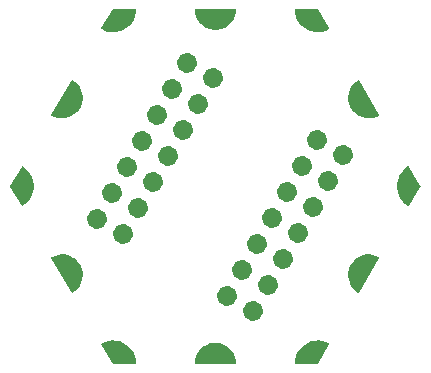
<source format=gbr>
G04 EAGLE Gerber RS-274X export*
G75*
%MOMM*%
%FSLAX34Y34*%
%LPD*%
%INSoldermask Top*%
%IPPOS*%
%AMOC8*
5,1,8,0,0,1.08239X$1,22.5*%
G01*
%ADD10C,1.101600*%
%ADD11P,1.759533X8X82.500000*%
%ADD12P,1.759533X8X262.500000*%

G36*
X17029Y319D02*
X17029Y319D01*
X17058Y317D01*
X17125Y339D01*
X17195Y353D01*
X17219Y369D01*
X17247Y378D01*
X17300Y425D01*
X17359Y465D01*
X17375Y490D01*
X17397Y509D01*
X17428Y573D01*
X17466Y633D01*
X17471Y662D01*
X17483Y688D01*
X17492Y787D01*
X17499Y829D01*
X17496Y840D01*
X17498Y854D01*
X17266Y3652D01*
X17256Y3685D01*
X17252Y3733D01*
X16563Y6455D01*
X16548Y6486D01*
X16536Y6533D01*
X15408Y9104D01*
X15388Y9132D01*
X15369Y9177D01*
X13833Y11527D01*
X13809Y11552D01*
X13783Y11592D01*
X11881Y13658D01*
X11853Y13678D01*
X11820Y13714D01*
X9605Y15438D01*
X9574Y15454D01*
X9536Y15483D01*
X7066Y16820D01*
X7033Y16830D01*
X6991Y16853D01*
X5805Y17260D01*
X4351Y17759D01*
X4335Y17765D01*
X4301Y17769D01*
X4255Y17785D01*
X1486Y18247D01*
X1451Y18246D01*
X1404Y18254D01*
X-1404Y18254D01*
X-1438Y18247D01*
X-1486Y18247D01*
X-4255Y17785D01*
X-4288Y17772D01*
X-4335Y17765D01*
X-6991Y16853D01*
X-7021Y16835D01*
X-7066Y16820D01*
X-9536Y15483D01*
X-9562Y15461D01*
X-9605Y15438D01*
X-11820Y13714D01*
X-11843Y13687D01*
X-11881Y13658D01*
X-13783Y11592D01*
X-13801Y11563D01*
X-13833Y11527D01*
X-15369Y9177D01*
X-15382Y9144D01*
X-15408Y9104D01*
X-16536Y6533D01*
X-16543Y6499D01*
X-16546Y6493D01*
X-16552Y6484D01*
X-16553Y6478D01*
X-16563Y6455D01*
X-17252Y3733D01*
X-17254Y3698D01*
X-17266Y3652D01*
X-17498Y854D01*
X-17494Y825D01*
X-17499Y796D01*
X-17483Y727D01*
X-17474Y656D01*
X-17460Y631D01*
X-17453Y603D01*
X-17411Y545D01*
X-17376Y484D01*
X-17352Y466D01*
X-17335Y442D01*
X-17274Y406D01*
X-17217Y363D01*
X-17189Y356D01*
X-17164Y341D01*
X-17066Y324D01*
X-17025Y314D01*
X-17014Y316D01*
X-17000Y313D01*
X17000Y313D01*
X17029Y319D01*
G37*
G36*
X1438Y283378D02*
X1438Y283378D01*
X1486Y283378D01*
X4255Y283840D01*
X4288Y283853D01*
X4335Y283861D01*
X6991Y284772D01*
X7021Y284790D01*
X7066Y284805D01*
X9536Y286142D01*
X9562Y286164D01*
X9605Y286187D01*
X11820Y287911D01*
X11843Y287938D01*
X11881Y287967D01*
X13783Y290033D01*
X13801Y290062D01*
X13833Y290098D01*
X15369Y292448D01*
X15382Y292481D01*
X15408Y292521D01*
X16536Y295092D01*
X16543Y295126D01*
X16563Y295170D01*
X17252Y297892D01*
X17254Y297927D01*
X17266Y297973D01*
X17498Y300771D01*
X17494Y300800D01*
X17499Y300829D01*
X17483Y300898D01*
X17474Y300969D01*
X17460Y300994D01*
X17453Y301022D01*
X17411Y301080D01*
X17376Y301141D01*
X17352Y301159D01*
X17335Y301183D01*
X17274Y301219D01*
X17217Y301262D01*
X17189Y301269D01*
X17164Y301284D01*
X17066Y301301D01*
X17025Y301311D01*
X17014Y301309D01*
X17000Y301312D01*
X-17000Y301312D01*
X-17029Y301306D01*
X-17058Y301308D01*
X-17125Y301286D01*
X-17195Y301272D01*
X-17219Y301256D01*
X-17247Y301247D01*
X-17300Y301200D01*
X-17359Y301160D01*
X-17375Y301135D01*
X-17397Y301116D01*
X-17428Y301052D01*
X-17466Y300992D01*
X-17471Y300963D01*
X-17483Y300937D01*
X-17492Y300838D01*
X-17499Y300796D01*
X-17496Y300785D01*
X-17498Y300771D01*
X-17266Y297973D01*
X-17256Y297940D01*
X-17252Y297892D01*
X-16563Y295170D01*
X-16548Y295139D01*
X-16536Y295092D01*
X-15408Y292521D01*
X-15388Y292493D01*
X-15369Y292448D01*
X-13833Y290098D01*
X-13809Y290073D01*
X-13783Y290033D01*
X-11881Y287967D01*
X-11853Y287947D01*
X-11820Y287911D01*
X-9605Y286187D01*
X-9574Y286171D01*
X-9536Y286142D01*
X-7066Y284805D01*
X-7033Y284795D01*
X-6991Y284772D01*
X-4335Y283861D01*
X-4301Y283856D01*
X-4255Y283840D01*
X-1486Y283378D01*
X-1451Y283379D01*
X-1404Y283371D01*
X1404Y283371D01*
X1438Y283378D01*
G37*
G36*
X-121393Y60622D02*
X-121393Y60622D01*
X-121322Y60619D01*
X-121295Y60630D01*
X-121266Y60632D01*
X-121176Y60674D01*
X-121136Y60689D01*
X-121128Y60697D01*
X-121115Y60702D01*
X-118812Y62302D01*
X-118788Y62327D01*
X-118748Y62354D01*
X-116739Y64311D01*
X-116720Y64340D01*
X-116685Y64374D01*
X-115026Y66634D01*
X-115011Y66666D01*
X-114982Y66705D01*
X-113718Y69208D01*
X-113709Y69241D01*
X-113687Y69284D01*
X-112851Y71961D01*
X-112848Y71996D01*
X-112833Y72042D01*
X-112450Y74820D01*
X-112452Y74855D01*
X-112446Y74902D01*
X-112525Y77706D01*
X-112533Y77740D01*
X-112534Y77788D01*
X-113073Y80540D01*
X-113087Y80572D01*
X-113096Y80619D01*
X-114081Y83245D01*
X-114096Y83270D01*
X-114101Y83289D01*
X-114109Y83300D01*
X-114116Y83319D01*
X-115520Y85747D01*
X-115543Y85773D01*
X-115567Y85815D01*
X-117351Y87979D01*
X-117378Y88000D01*
X-117409Y88038D01*
X-119525Y89878D01*
X-119555Y89895D01*
X-119591Y89927D01*
X-121982Y91394D01*
X-122014Y91406D01*
X-122055Y91431D01*
X-124654Y92485D01*
X-124688Y92491D01*
X-124733Y92509D01*
X-127470Y93121D01*
X-127505Y93122D01*
X-127552Y93132D01*
X-130352Y93285D01*
X-130386Y93280D01*
X-130434Y93283D01*
X-133222Y92972D01*
X-133255Y92962D01*
X-133303Y92956D01*
X-136001Y92191D01*
X-136031Y92176D01*
X-136078Y92162D01*
X-138613Y90964D01*
X-138637Y90946D01*
X-138664Y90936D01*
X-138716Y90887D01*
X-138773Y90845D01*
X-138787Y90820D01*
X-138809Y90800D01*
X-138837Y90734D01*
X-138873Y90673D01*
X-138876Y90644D01*
X-138888Y90617D01*
X-138889Y90546D01*
X-138898Y90476D01*
X-138890Y90448D01*
X-138890Y90418D01*
X-138856Y90326D01*
X-138844Y90284D01*
X-138837Y90276D01*
X-138832Y90263D01*
X-121832Y60863D01*
X-121813Y60841D01*
X-121800Y60814D01*
X-121747Y60767D01*
X-121700Y60714D01*
X-121674Y60701D01*
X-121652Y60682D01*
X-121585Y60659D01*
X-121521Y60628D01*
X-121492Y60627D01*
X-121464Y60617D01*
X-121393Y60622D01*
G37*
G36*
X130386Y208345D02*
X130386Y208345D01*
X130434Y208343D01*
X133222Y208653D01*
X133255Y208663D01*
X133303Y208669D01*
X136001Y209434D01*
X136031Y209450D01*
X136078Y209463D01*
X138613Y210661D01*
X138637Y210679D01*
X138664Y210689D01*
X138716Y210738D01*
X138773Y210780D01*
X138787Y210805D01*
X138809Y210825D01*
X138837Y210891D01*
X138873Y210952D01*
X138876Y210981D01*
X138888Y211008D01*
X138889Y211079D01*
X138898Y211149D01*
X138890Y211177D01*
X138890Y211207D01*
X138856Y211299D01*
X138844Y211341D01*
X138837Y211350D01*
X138832Y211362D01*
X121832Y240762D01*
X121813Y240784D01*
X121800Y240811D01*
X121747Y240858D01*
X121700Y240911D01*
X121674Y240924D01*
X121652Y240943D01*
X121585Y240966D01*
X121521Y240997D01*
X121492Y240998D01*
X121464Y241008D01*
X121393Y241003D01*
X121322Y241006D01*
X121295Y240995D01*
X121266Y240993D01*
X121176Y240951D01*
X121136Y240936D01*
X121128Y240929D01*
X121115Y240923D01*
X118812Y239323D01*
X118788Y239298D01*
X118748Y239271D01*
X116739Y237314D01*
X116720Y237285D01*
X116685Y237251D01*
X115026Y234991D01*
X115011Y234959D01*
X114982Y234920D01*
X113718Y232417D01*
X113709Y232384D01*
X113687Y232341D01*
X112851Y229664D01*
X112848Y229629D01*
X112833Y229583D01*
X112450Y226805D01*
X112452Y226770D01*
X112446Y226723D01*
X112525Y223919D01*
X112533Y223885D01*
X112534Y223837D01*
X113073Y221085D01*
X113087Y221053D01*
X113096Y221006D01*
X114081Y218380D01*
X114099Y218351D01*
X114116Y218306D01*
X115520Y215878D01*
X115543Y215852D01*
X115567Y215810D01*
X117351Y213646D01*
X117378Y213625D01*
X117409Y213587D01*
X119525Y211747D01*
X119555Y211730D01*
X119591Y211698D01*
X121982Y210231D01*
X122014Y210219D01*
X122055Y210194D01*
X124654Y209140D01*
X124688Y209134D01*
X124733Y209116D01*
X127470Y208504D01*
X127505Y208503D01*
X127552Y208493D01*
X130352Y208340D01*
X130386Y208345D01*
G37*
G36*
X121426Y60623D02*
X121426Y60623D01*
X121497Y60623D01*
X121524Y60634D01*
X121553Y60637D01*
X121615Y60672D01*
X121680Y60699D01*
X121701Y60720D01*
X121726Y60734D01*
X121789Y60811D01*
X121819Y60841D01*
X121823Y60852D01*
X121832Y60863D01*
X138832Y90263D01*
X138841Y90290D01*
X138858Y90314D01*
X138873Y90384D01*
X138895Y90451D01*
X138893Y90480D01*
X138899Y90509D01*
X138886Y90579D01*
X138880Y90649D01*
X138867Y90675D01*
X138861Y90704D01*
X138821Y90763D01*
X138789Y90826D01*
X138766Y90845D01*
X138750Y90869D01*
X138668Y90926D01*
X138635Y90953D01*
X138625Y90956D01*
X138613Y90964D01*
X136078Y92162D01*
X136044Y92171D01*
X136001Y92191D01*
X133303Y92956D01*
X133268Y92959D01*
X133222Y92972D01*
X130434Y93283D01*
X130400Y93279D01*
X130352Y93285D01*
X127552Y93132D01*
X127518Y93123D01*
X127470Y93121D01*
X124733Y92509D01*
X124701Y92495D01*
X124654Y92485D01*
X122055Y91431D01*
X122026Y91412D01*
X121982Y91394D01*
X119591Y89927D01*
X119566Y89903D01*
X119525Y89878D01*
X117409Y88038D01*
X117388Y88010D01*
X117351Y87979D01*
X115567Y85815D01*
X115551Y85784D01*
X115520Y85747D01*
X114116Y83319D01*
X114105Y83287D01*
X114098Y83274D01*
X114088Y83259D01*
X114088Y83257D01*
X114081Y83245D01*
X113096Y80619D01*
X113090Y80585D01*
X113073Y80540D01*
X112534Y77788D01*
X112534Y77753D01*
X112525Y77706D01*
X112446Y74902D01*
X112452Y74868D01*
X112450Y74820D01*
X112833Y72042D01*
X112845Y72009D01*
X112851Y71961D01*
X113687Y69284D01*
X113704Y69254D01*
X113718Y69208D01*
X114982Y66705D01*
X115004Y66677D01*
X115026Y66634D01*
X116685Y64374D01*
X116711Y64350D01*
X116739Y64311D01*
X118748Y62354D01*
X118777Y62336D01*
X118812Y62302D01*
X121115Y60702D01*
X121142Y60691D01*
X121165Y60672D01*
X121233Y60652D01*
X121298Y60624D01*
X121327Y60624D01*
X121355Y60615D01*
X121426Y60623D01*
G37*
G36*
X-127552Y208493D02*
X-127552Y208493D01*
X-127518Y208502D01*
X-127470Y208504D01*
X-124733Y209116D01*
X-124701Y209130D01*
X-124654Y209140D01*
X-122055Y210194D01*
X-122026Y210213D01*
X-121982Y210231D01*
X-119591Y211698D01*
X-119566Y211722D01*
X-119525Y211747D01*
X-117409Y213587D01*
X-117388Y213615D01*
X-117351Y213646D01*
X-115567Y215810D01*
X-115551Y215841D01*
X-115520Y215878D01*
X-114116Y218306D01*
X-114105Y218338D01*
X-114081Y218380D01*
X-113096Y221006D01*
X-113090Y221040D01*
X-113073Y221085D01*
X-112534Y223837D01*
X-112534Y223872D01*
X-112525Y223919D01*
X-112446Y226723D01*
X-112452Y226757D01*
X-112450Y226805D01*
X-112833Y229583D01*
X-112845Y229616D01*
X-112851Y229664D01*
X-113687Y232341D01*
X-113704Y232371D01*
X-113718Y232417D01*
X-114982Y234920D01*
X-115004Y234948D01*
X-115026Y234991D01*
X-116685Y237251D01*
X-116711Y237275D01*
X-116739Y237314D01*
X-118748Y239271D01*
X-118777Y239289D01*
X-118812Y239323D01*
X-121115Y240923D01*
X-121142Y240934D01*
X-121165Y240953D01*
X-121233Y240973D01*
X-121298Y241001D01*
X-121327Y241001D01*
X-121355Y241010D01*
X-121426Y241002D01*
X-121497Y241002D01*
X-121524Y240991D01*
X-121553Y240988D01*
X-121615Y240953D01*
X-121680Y240926D01*
X-121701Y240905D01*
X-121726Y240891D01*
X-121789Y240814D01*
X-121819Y240784D01*
X-121823Y240773D01*
X-121832Y240762D01*
X-138832Y211362D01*
X-138841Y211335D01*
X-138858Y211311D01*
X-138873Y211241D01*
X-138895Y211174D01*
X-138893Y211145D01*
X-138899Y211116D01*
X-138886Y211046D01*
X-138880Y210976D01*
X-138867Y210950D01*
X-138861Y210921D01*
X-138821Y210862D01*
X-138789Y210799D01*
X-138766Y210780D01*
X-138750Y210756D01*
X-138668Y210699D01*
X-138635Y210672D01*
X-138625Y210669D01*
X-138613Y210661D01*
X-136078Y209463D01*
X-136044Y209454D01*
X-136001Y209434D01*
X-133303Y208669D01*
X-133268Y208666D01*
X-133222Y208653D01*
X-130434Y208343D01*
X-130400Y208346D01*
X-130352Y208340D01*
X-127552Y208493D01*
G37*
G36*
X163727Y133823D02*
X163727Y133823D01*
X163798Y133823D01*
X163825Y133834D01*
X163854Y133837D01*
X163916Y133873D01*
X163981Y133900D01*
X164002Y133921D01*
X164027Y133935D01*
X164090Y134012D01*
X164120Y134043D01*
X164124Y134053D01*
X164133Y134063D01*
X173633Y150563D01*
X173643Y150595D01*
X173652Y150608D01*
X173656Y150633D01*
X173657Y150636D01*
X173688Y150707D01*
X173688Y150730D01*
X173696Y150752D01*
X173690Y150829D01*
X173691Y150906D01*
X173681Y150930D01*
X173680Y150950D01*
X173659Y150990D01*
X173633Y151062D01*
X164133Y167562D01*
X164114Y167583D01*
X164101Y167610D01*
X164048Y167657D01*
X164001Y167711D01*
X163975Y167723D01*
X163954Y167743D01*
X163886Y167766D01*
X163822Y167797D01*
X163793Y167798D01*
X163766Y167807D01*
X163694Y167803D01*
X163623Y167806D01*
X163596Y167796D01*
X163567Y167794D01*
X163477Y167751D01*
X163437Y167737D01*
X163429Y167729D01*
X163416Y167723D01*
X160893Y165982D01*
X160869Y165957D01*
X160831Y165931D01*
X158619Y163807D01*
X158600Y163779D01*
X158566Y163747D01*
X156724Y161295D01*
X156710Y161265D01*
X156681Y161227D01*
X155256Y158512D01*
X155247Y158481D01*
X155231Y158456D01*
X155230Y158448D01*
X155225Y158439D01*
X154254Y155530D01*
X154250Y155496D01*
X154235Y155452D01*
X153743Y152426D01*
X153744Y152392D01*
X153736Y152346D01*
X153736Y149279D01*
X153737Y149276D01*
X153737Y149273D01*
X153743Y149247D01*
X153743Y149246D01*
X153743Y149199D01*
X154235Y146173D01*
X154247Y146141D01*
X154254Y146095D01*
X155225Y143186D01*
X155242Y143157D01*
X155256Y143113D01*
X156681Y140398D01*
X156703Y140371D01*
X156724Y140330D01*
X158566Y137878D01*
X158591Y137856D01*
X158619Y137818D01*
X160831Y135694D01*
X160859Y135676D01*
X160893Y135643D01*
X163416Y133902D01*
X163443Y133890D01*
X163465Y133872D01*
X163534Y133852D01*
X163599Y133824D01*
X163628Y133823D01*
X163656Y133815D01*
X163727Y133823D01*
G37*
G36*
X-163694Y133822D02*
X-163694Y133822D01*
X-163623Y133819D01*
X-163596Y133829D01*
X-163567Y133831D01*
X-163477Y133874D01*
X-163437Y133888D01*
X-163429Y133896D01*
X-163416Y133902D01*
X-160893Y135643D01*
X-160869Y135668D01*
X-160831Y135694D01*
X-158619Y137818D01*
X-158600Y137846D01*
X-158566Y137878D01*
X-156724Y140330D01*
X-156710Y140360D01*
X-156681Y140398D01*
X-155256Y143113D01*
X-155247Y143145D01*
X-155225Y143186D01*
X-154254Y146095D01*
X-154250Y146129D01*
X-154235Y146173D01*
X-153743Y149199D01*
X-153744Y149233D01*
X-153736Y149279D01*
X-153736Y152346D01*
X-153743Y152379D01*
X-153743Y152426D01*
X-154235Y155452D01*
X-154247Y155484D01*
X-154254Y155530D01*
X-155225Y158439D01*
X-155238Y158462D01*
X-155244Y158486D01*
X-155251Y158495D01*
X-155256Y158512D01*
X-156681Y161227D01*
X-156703Y161254D01*
X-156724Y161295D01*
X-158566Y163747D01*
X-158591Y163769D01*
X-158619Y163807D01*
X-160831Y165931D01*
X-160859Y165949D01*
X-160893Y165982D01*
X-163416Y167723D01*
X-163443Y167735D01*
X-163465Y167753D01*
X-163534Y167774D01*
X-163599Y167801D01*
X-163628Y167802D01*
X-163656Y167810D01*
X-163727Y167802D01*
X-163798Y167802D01*
X-163825Y167791D01*
X-163854Y167788D01*
X-163916Y167753D01*
X-163981Y167725D01*
X-164002Y167704D01*
X-164027Y167690D01*
X-164090Y167613D01*
X-164120Y167582D01*
X-164124Y167572D01*
X-164133Y167562D01*
X-173633Y151062D01*
X-173657Y150989D01*
X-173688Y150918D01*
X-173688Y150895D01*
X-173696Y150873D01*
X-173690Y150796D01*
X-173691Y150719D01*
X-173681Y150695D01*
X-173680Y150675D01*
X-173659Y150635D01*
X-173640Y150583D01*
X-173639Y150578D01*
X-173637Y150576D01*
X-173633Y150563D01*
X-164133Y134063D01*
X-164114Y134042D01*
X-164101Y134015D01*
X-164048Y133968D01*
X-164001Y133914D01*
X-163975Y133902D01*
X-163954Y133882D01*
X-163886Y133859D01*
X-163822Y133828D01*
X-163793Y133827D01*
X-163766Y133818D01*
X-163694Y133822D01*
G37*
G36*
X86676Y329D02*
X86676Y329D01*
X86754Y337D01*
X86773Y348D01*
X86795Y353D01*
X86859Y397D01*
X86927Y435D01*
X86943Y454D01*
X86959Y465D01*
X86983Y503D01*
X87033Y563D01*
X96533Y17063D01*
X96542Y17091D01*
X96558Y17114D01*
X96573Y17184D01*
X96596Y17252D01*
X96593Y17281D01*
X96599Y17309D01*
X96586Y17379D01*
X96580Y17450D01*
X96567Y17476D01*
X96561Y17504D01*
X96521Y17563D01*
X96488Y17627D01*
X96466Y17645D01*
X96450Y17669D01*
X96367Y17726D01*
X96335Y17753D01*
X96324Y17756D01*
X96314Y17764D01*
X93548Y19072D01*
X93515Y19080D01*
X93472Y19101D01*
X90532Y19948D01*
X90498Y19951D01*
X90454Y19964D01*
X87416Y20330D01*
X87382Y20327D01*
X87335Y20333D01*
X84278Y20206D01*
X84245Y20198D01*
X84198Y20196D01*
X81201Y19580D01*
X81170Y19567D01*
X81124Y19558D01*
X78264Y18470D01*
X78236Y18451D01*
X78192Y18435D01*
X75544Y16902D01*
X75518Y16879D01*
X75478Y16856D01*
X73110Y14918D01*
X73088Y14892D01*
X73052Y14862D01*
X71025Y12570D01*
X71009Y12540D01*
X70977Y12505D01*
X69345Y9917D01*
X69333Y9886D01*
X69308Y9846D01*
X68112Y7030D01*
X68105Y6996D01*
X68102Y6990D01*
X68098Y6983D01*
X68097Y6978D01*
X68086Y6953D01*
X67358Y3982D01*
X67356Y3948D01*
X67345Y3902D01*
X67102Y852D01*
X67106Y824D01*
X67101Y796D01*
X67118Y726D01*
X67126Y655D01*
X67141Y630D01*
X67147Y603D01*
X67190Y545D01*
X67226Y482D01*
X67248Y465D01*
X67265Y442D01*
X67327Y406D01*
X67384Y362D01*
X67412Y355D01*
X67436Y341D01*
X67536Y324D01*
X67577Y314D01*
X67587Y315D01*
X67600Y313D01*
X86600Y313D01*
X86676Y329D01*
G37*
G36*
X87369Y281298D02*
X87369Y281298D01*
X87416Y281295D01*
X90454Y281661D01*
X90486Y281671D01*
X90532Y281677D01*
X93472Y282524D01*
X93502Y282540D01*
X93548Y282553D01*
X96314Y283861D01*
X96336Y283878D01*
X96363Y283888D01*
X96415Y283937D01*
X96473Y283980D01*
X96487Y284005D01*
X96508Y284025D01*
X96537Y284090D01*
X96573Y284152D01*
X96576Y284181D01*
X96588Y284207D01*
X96589Y284279D01*
X96598Y284349D01*
X96590Y284377D01*
X96591Y284406D01*
X96555Y284500D01*
X96544Y284541D01*
X96537Y284549D01*
X96533Y284562D01*
X87033Y301062D01*
X86981Y301120D01*
X86935Y301183D01*
X86916Y301194D01*
X86901Y301211D01*
X86831Y301244D01*
X86764Y301284D01*
X86740Y301288D01*
X86722Y301297D01*
X86677Y301299D01*
X86600Y301312D01*
X67600Y301312D01*
X67572Y301306D01*
X67544Y301309D01*
X67476Y301286D01*
X67405Y301272D01*
X67382Y301256D01*
X67355Y301247D01*
X67300Y301200D01*
X67241Y301160D01*
X67226Y301136D01*
X67205Y301117D01*
X67173Y301053D01*
X67134Y300992D01*
X67129Y300964D01*
X67117Y300939D01*
X67108Y300837D01*
X67101Y300796D01*
X67103Y300786D01*
X67102Y300773D01*
X67345Y297723D01*
X67354Y297690D01*
X67358Y297643D01*
X68086Y294672D01*
X68101Y294641D01*
X68112Y294595D01*
X69308Y291779D01*
X69327Y291751D01*
X69345Y291708D01*
X70977Y289120D01*
X71001Y289095D01*
X71025Y289055D01*
X73052Y286763D01*
X73079Y286742D01*
X73110Y286707D01*
X75478Y284769D01*
X75508Y284753D01*
X75544Y284723D01*
X78192Y283190D01*
X78224Y283179D01*
X78264Y283155D01*
X81124Y282067D01*
X81157Y282061D01*
X81201Y282045D01*
X84198Y281429D01*
X84232Y281429D01*
X84278Y281419D01*
X87335Y281292D01*
X87369Y281298D01*
G37*
G36*
X-67572Y319D02*
X-67572Y319D01*
X-67544Y316D01*
X-67476Y339D01*
X-67405Y353D01*
X-67382Y369D01*
X-67355Y378D01*
X-67300Y425D01*
X-67241Y465D01*
X-67226Y489D01*
X-67205Y508D01*
X-67173Y572D01*
X-67134Y633D01*
X-67129Y661D01*
X-67117Y686D01*
X-67108Y788D01*
X-67101Y829D01*
X-67103Y839D01*
X-67102Y852D01*
X-67345Y3902D01*
X-67354Y3935D01*
X-67358Y3982D01*
X-68086Y6953D01*
X-68101Y6984D01*
X-68112Y7030D01*
X-69308Y9846D01*
X-69327Y9874D01*
X-69345Y9917D01*
X-70977Y12505D01*
X-71001Y12530D01*
X-71025Y12570D01*
X-73052Y14862D01*
X-73079Y14883D01*
X-73110Y14918D01*
X-75478Y16856D01*
X-75508Y16872D01*
X-75544Y16902D01*
X-78192Y18435D01*
X-78224Y18446D01*
X-78264Y18470D01*
X-81124Y19558D01*
X-81157Y19564D01*
X-81201Y19580D01*
X-84198Y20196D01*
X-84232Y20196D01*
X-84278Y20206D01*
X-87335Y20333D01*
X-87369Y20327D01*
X-87416Y20330D01*
X-90454Y19964D01*
X-90486Y19954D01*
X-90532Y19948D01*
X-93472Y19101D01*
X-93502Y19085D01*
X-93548Y19072D01*
X-96314Y17764D01*
X-96336Y17747D01*
X-96363Y17737D01*
X-96415Y17688D01*
X-96473Y17645D01*
X-96487Y17620D01*
X-96508Y17600D01*
X-96537Y17535D01*
X-96573Y17473D01*
X-96576Y17445D01*
X-96588Y17418D01*
X-96589Y17346D01*
X-96598Y17276D01*
X-96590Y17248D01*
X-96591Y17219D01*
X-96555Y17125D01*
X-96544Y17084D01*
X-96537Y17076D01*
X-96533Y17063D01*
X-87033Y563D01*
X-86981Y505D01*
X-86935Y442D01*
X-86916Y431D01*
X-86901Y414D01*
X-86831Y381D01*
X-86764Y341D01*
X-86740Y337D01*
X-86722Y328D01*
X-86677Y326D01*
X-86600Y313D01*
X-67600Y313D01*
X-67572Y319D01*
G37*
G36*
X-84278Y281419D02*
X-84278Y281419D01*
X-84245Y281427D01*
X-84198Y281429D01*
X-81201Y282045D01*
X-81170Y282058D01*
X-81124Y282067D01*
X-78264Y283155D01*
X-78236Y283174D01*
X-78192Y283190D01*
X-75544Y284723D01*
X-75518Y284746D01*
X-75478Y284769D01*
X-73110Y286707D01*
X-73088Y286733D01*
X-73052Y286763D01*
X-71025Y289055D01*
X-71009Y289085D01*
X-70977Y289120D01*
X-69345Y291708D01*
X-69333Y291740D01*
X-69308Y291779D01*
X-68112Y294595D01*
X-68105Y294629D01*
X-68086Y294672D01*
X-67358Y297643D01*
X-67356Y297677D01*
X-67345Y297723D01*
X-67102Y300773D01*
X-67106Y300801D01*
X-67101Y300829D01*
X-67118Y300899D01*
X-67126Y300970D01*
X-67141Y300995D01*
X-67147Y301022D01*
X-67190Y301080D01*
X-67226Y301143D01*
X-67248Y301160D01*
X-67265Y301183D01*
X-67327Y301219D01*
X-67384Y301263D01*
X-67412Y301270D01*
X-67436Y301284D01*
X-67536Y301301D01*
X-67577Y301311D01*
X-67587Y301310D01*
X-67600Y301312D01*
X-86600Y301312D01*
X-86676Y301296D01*
X-86754Y301288D01*
X-86773Y301277D01*
X-86795Y301272D01*
X-86859Y301228D01*
X-86927Y301190D01*
X-86943Y301171D01*
X-86959Y301160D01*
X-86983Y301122D01*
X-87033Y301062D01*
X-96533Y284562D01*
X-96542Y284534D01*
X-96558Y284511D01*
X-96573Y284441D01*
X-96596Y284373D01*
X-96593Y284345D01*
X-96599Y284316D01*
X-96586Y284246D01*
X-96580Y284175D01*
X-96567Y284149D01*
X-96561Y284121D01*
X-96521Y284062D01*
X-96488Y283998D01*
X-96466Y283980D01*
X-96450Y283956D01*
X-96367Y283899D01*
X-96335Y283872D01*
X-96324Y283869D01*
X-96314Y283861D01*
X-93548Y282553D01*
X-93515Y282545D01*
X-93472Y282524D01*
X-90532Y281677D01*
X-90498Y281674D01*
X-90454Y281661D01*
X-87416Y281295D01*
X-87382Y281298D01*
X-87335Y281292D01*
X-84278Y281419D01*
G37*
D10*
X82600Y293913D03*
X165200Y150813D03*
X82600Y7713D03*
X-82600Y7713D03*
X-165200Y150813D03*
X-82600Y293913D03*
X123900Y222313D03*
X123900Y79313D03*
X0Y7713D03*
X-123900Y79313D03*
X-123900Y222313D03*
X0Y293913D03*
D11*
X31636Y45134D03*
X44336Y67131D03*
X57036Y89128D03*
X69736Y111125D03*
X82436Y133122D03*
X95136Y155119D03*
X9639Y57834D03*
X22339Y79831D03*
X35039Y101828D03*
X47739Y123825D03*
X60439Y145822D03*
X73139Y167819D03*
X107836Y177116D03*
X85839Y189816D03*
D12*
X-23699Y254904D03*
X-36399Y232907D03*
X-49099Y210910D03*
X-61799Y188913D03*
X-74499Y166915D03*
X-87199Y144918D03*
X-1701Y242204D03*
X-14401Y220207D03*
X-27101Y198210D03*
X-39801Y176213D03*
X-52501Y154215D03*
X-65201Y132218D03*
X-99899Y122921D03*
X-77901Y110221D03*
M02*

</source>
